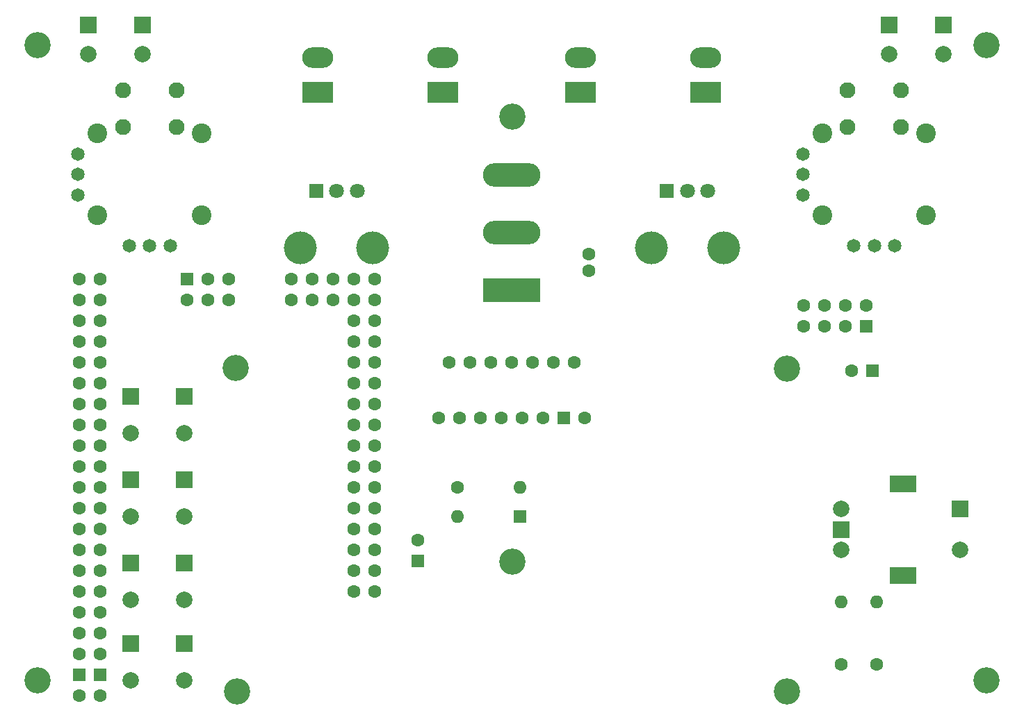
<source format=gbr>
%TF.GenerationSoftware,KiCad,Pcbnew,8.0.6*%
%TF.CreationDate,2024-11-18T15:04:43+07:00*%
%TF.ProjectId,RC-Transmitter,52432d54-7261-46e7-936d-69747465722e,V1.02*%
%TF.SameCoordinates,Original*%
%TF.FileFunction,Soldermask,Bot*%
%TF.FilePolarity,Negative*%
%FSLAX46Y46*%
G04 Gerber Fmt 4.6, Leading zero omitted, Abs format (unit mm)*
G04 Created by KiCad (PCBNEW 8.0.6) date 2024-11-18 15:04:43*
%MOMM*%
%LPD*%
G01*
G04 APERTURE LIST*
G04 Aperture macros list*
%AMRoundRect*
0 Rectangle with rounded corners*
0 $1 Rounding radius*
0 $2 $3 $4 $5 $6 $7 $8 $9 X,Y pos of 4 corners*
0 Add a 4 corners polygon primitive as box body*
4,1,4,$2,$3,$4,$5,$6,$7,$8,$9,$2,$3,0*
0 Add four circle primitives for the rounded corners*
1,1,$1+$1,$2,$3*
1,1,$1+$1,$4,$5*
1,1,$1+$1,$6,$7*
1,1,$1+$1,$8,$9*
0 Add four rect primitives between the rounded corners*
20,1,$1+$1,$2,$3,$4,$5,0*
20,1,$1+$1,$4,$5,$6,$7,0*
20,1,$1+$1,$6,$7,$8,$9,0*
20,1,$1+$1,$8,$9,$2,$3,0*%
G04 Aperture macros list end*
%ADD10C,3.200000*%
%ADD11R,3.800000X2.500000*%
%ADD12RoundRect,1.250000X0.650000X0.000010X-0.650000X0.000010X-0.650000X-0.000010X0.650000X-0.000010X0*%
%ADD13C,2.000000*%
%ADD14R,2.000000X2.000000*%
%ADD15R,3.200000X2.000000*%
%ADD16C,1.600000*%
%ADD17O,1.600000X1.600000*%
%ADD18R,7.000000X2.900000*%
%ADD19O,7.000000X2.900000*%
%ADD20C,4.000000*%
%ADD21R,1.800000X1.800000*%
%ADD22C,1.800000*%
%ADD23C,1.650000*%
%ADD24C,1.950000*%
%ADD25C,2.400000*%
%ADD26R,1.600000X1.600000*%
G04 APERTURE END LIST*
D10*
%TO.C,H3*%
X83185000Y-137795000D03*
%TD*%
D11*
%TO.C,T1*%
X117348000Y-66072000D03*
D12*
X117348000Y-61872000D03*
%TD*%
D13*
%TO.C,Rotary Encoder*%
X181080000Y-116920000D03*
X181080000Y-121920000D03*
D14*
X181080000Y-119420000D03*
D15*
X188580000Y-113820000D03*
X188580000Y-125020000D03*
D13*
X195580000Y-121920000D03*
D14*
X195580000Y-116920000D03*
%TD*%
D10*
%TO.C,H4*%
X198755000Y-137795000D03*
%TD*%
%TO.C,H5*%
X107306032Y-99690751D03*
%TD*%
D16*
%TO.C,R4*%
X181102000Y-135890000D03*
D17*
X181102000Y-128270000D03*
%TD*%
D14*
%TO.C,B3*%
X94540000Y-123480000D03*
X101040000Y-123480000D03*
D13*
X94540000Y-127980000D03*
X101040000Y-127980000D03*
%TD*%
D10*
%TO.C,H9*%
X141024288Y-69041240D03*
%TD*%
D11*
%TO.C,T3*%
X149352000Y-66072000D03*
D12*
X149352000Y-61872000D03*
%TD*%
D14*
%TO.C,2*%
X96012000Y-57912000D03*
D13*
X96012000Y-61468000D03*
%TD*%
D10*
%TO.C,H2*%
X198755000Y-60325000D03*
%TD*%
%TO.C,H7*%
X107445778Y-139162731D03*
%TD*%
D14*
%TO.C,B4*%
X94540000Y-133300000D03*
X101040000Y-133300000D03*
D13*
X94540000Y-137800000D03*
X101040000Y-137800000D03*
%TD*%
D14*
%TO.C,B2*%
X94540000Y-113320000D03*
X101040000Y-113320000D03*
D13*
X94540000Y-117820000D03*
X101040000Y-117820000D03*
%TD*%
D14*
%TO.C,B1*%
X94540000Y-103160000D03*
X101040000Y-103160000D03*
D13*
X94540000Y-107660000D03*
X101040000Y-107660000D03*
%TD*%
D14*
%TO.C,1*%
X89408000Y-57912000D03*
D13*
X89408000Y-61468000D03*
%TD*%
D18*
%TO.C,Main Power*%
X140970000Y-90200000D03*
D19*
X140970000Y-83200000D03*
X140970000Y-76200000D03*
%TD*%
D10*
%TO.C,H6*%
X174493637Y-99822788D03*
%TD*%
D11*
%TO.C,T4*%
X164592000Y-66072000D03*
D12*
X164592000Y-61872000D03*
%TD*%
D20*
%TO.C,Pot1*%
X124000000Y-85090000D03*
X115200000Y-85090000D03*
D21*
X117100000Y-78090000D03*
D22*
X119600000Y-78090000D03*
X122100000Y-78090000D03*
%TD*%
D14*
%TO.C,3*%
X186944000Y-57912000D03*
D13*
X186944000Y-61468000D03*
%TD*%
D11*
%TO.C,T2*%
X132588000Y-66072000D03*
D12*
X132588000Y-61872000D03*
%TD*%
D20*
%TO.C,Pot2*%
X166740000Y-85090000D03*
X157940000Y-85090000D03*
D21*
X159840000Y-78090000D03*
D22*
X162340000Y-78090000D03*
X164840000Y-78090000D03*
%TD*%
D16*
%TO.C,R3*%
X185420000Y-135890000D03*
D17*
X185420000Y-128270000D03*
%TD*%
D10*
%TO.C,H1*%
X83185000Y-60325000D03*
%TD*%
D16*
%TO.C,OLED_LCD_Display1*%
X133350000Y-99060000D03*
X135890000Y-99060000D03*
X138430000Y-99060000D03*
X140970000Y-99060000D03*
X143510000Y-99060000D03*
X146050000Y-99060000D03*
X148590000Y-99060000D03*
%TD*%
D10*
%TO.C,H10*%
X141018739Y-123314035D03*
%TD*%
%TO.C,H8*%
X174498151Y-139192604D03*
%TD*%
D23*
%TO.C,Joy1*%
X94335000Y-84850000D03*
X96835000Y-84850000D03*
X99335000Y-84850000D03*
X88105000Y-73620000D03*
X88105000Y-76120000D03*
X88105000Y-78620000D03*
D24*
X100085000Y-70370000D03*
X93585000Y-70370000D03*
X100085000Y-65870000D03*
X93585000Y-65870000D03*
D25*
X90510000Y-81120000D03*
X103160000Y-81120000D03*
X103160000Y-71120000D03*
X90510000Y-71120000D03*
%TD*%
D14*
%TO.C,4*%
X193548000Y-57912000D03*
D13*
X193548000Y-61468000D03*
%TD*%
D23*
%TO.C,Joy2*%
X182605000Y-84850000D03*
X185105000Y-84850000D03*
X187605000Y-84850000D03*
X176375000Y-73620000D03*
X176375000Y-76120000D03*
X176375000Y-78620000D03*
D24*
X188355000Y-70370000D03*
X181855000Y-70370000D03*
X188355000Y-65870000D03*
X181855000Y-65870000D03*
D25*
X178780000Y-81120000D03*
X191430000Y-81120000D03*
X191430000Y-71120000D03*
X178780000Y-71120000D03*
%TD*%
D16*
%TO.C,C2*%
X129540000Y-120714888D03*
D26*
X129540000Y-123214888D03*
%TD*%
D16*
%TO.C,JST Connector*%
X150368000Y-85852000D03*
X150368000Y-87852000D03*
%TD*%
%TO.C,IMU*%
X149789454Y-105816523D03*
D26*
X147249454Y-105816523D03*
D16*
X144709454Y-105816523D03*
X142169454Y-105816523D03*
X139629454Y-105816523D03*
X137089454Y-105816523D03*
X134549454Y-105816523D03*
X132009454Y-105816523D03*
%TD*%
D26*
%TO.C,R2*%
X141986000Y-117856000D03*
D17*
X134366000Y-117856000D03*
%TD*%
D16*
%TO.C,Mega Pro*%
X90805000Y-127000000D03*
X88265000Y-127000000D03*
X90805000Y-124460000D03*
X88265000Y-124460000D03*
X88265000Y-132080000D03*
X90805000Y-132080000D03*
X90805000Y-121920000D03*
X88265000Y-121920000D03*
X88265000Y-134620000D03*
X90805000Y-134620000D03*
X106480000Y-88900000D03*
X90805000Y-119380000D03*
X88265000Y-119380000D03*
X90805000Y-116840000D03*
X88265000Y-116840000D03*
X90805000Y-114300000D03*
X88265000Y-114300000D03*
X90805000Y-111760000D03*
X88265000Y-111760000D03*
X90805000Y-109220000D03*
X88265000Y-109220000D03*
X90805000Y-106680000D03*
X88265000Y-106680000D03*
X90805000Y-104140000D03*
X88265000Y-104140000D03*
X90805000Y-101600000D03*
X88265000Y-101600000D03*
X90805000Y-99060000D03*
X88265000Y-99060000D03*
X90805000Y-96520000D03*
X88265000Y-96520000D03*
X90805000Y-93980000D03*
X88265000Y-93980000D03*
X90805000Y-91440000D03*
X88265000Y-91440000D03*
X90805000Y-88900000D03*
X88265000Y-88900000D03*
X124260000Y-106680000D03*
X121720000Y-106680000D03*
X124260000Y-104140000D03*
X121720000Y-104140000D03*
X124260000Y-101600000D03*
X121720000Y-101600000D03*
X124260000Y-99060000D03*
X121720000Y-99060000D03*
X124260000Y-96520000D03*
X121720000Y-96520000D03*
X124260000Y-93980000D03*
X121720000Y-93980000D03*
X124260000Y-91440000D03*
X121720000Y-91440000D03*
X124260000Y-88900000D03*
X121720000Y-88900000D03*
X119180000Y-88900000D03*
X119180000Y-91440000D03*
X106480000Y-91440000D03*
X116640000Y-88900000D03*
X103940000Y-88900000D03*
X116640000Y-91440000D03*
X103940000Y-91440000D03*
X114100000Y-88900000D03*
X114100000Y-91440000D03*
X124260000Y-127000000D03*
X121720000Y-127000000D03*
X124260000Y-124460000D03*
X121720000Y-124460000D03*
X124260000Y-121920000D03*
X121720000Y-121920000D03*
X124260000Y-119380000D03*
X121720000Y-119380000D03*
X124260000Y-116840000D03*
X121720000Y-116840000D03*
X124260000Y-114300000D03*
X121720000Y-114300000D03*
X124260000Y-111760000D03*
X121720000Y-111760000D03*
X124260000Y-109220000D03*
X121720000Y-109220000D03*
X90805000Y-129540000D03*
D26*
X88265000Y-137160000D03*
X90805000Y-137160000D03*
X101400000Y-88900000D03*
D16*
X88265000Y-129540000D03*
X101400000Y-91440000D03*
X88265000Y-139700000D03*
X90805000Y-139700000D03*
%TD*%
%TO.C,C1*%
X182372000Y-100076000D03*
D26*
X184872000Y-100076000D03*
%TD*%
D16*
%TO.C,NRF24*%
X184150000Y-92075000D03*
X181610000Y-92075000D03*
X179070000Y-92075000D03*
X176530000Y-92075000D03*
X176530000Y-94615000D03*
X179070000Y-94615000D03*
X181610000Y-94615000D03*
D26*
X184150000Y-94615000D03*
%TD*%
D16*
%TO.C,R1*%
X134366000Y-114300000D03*
D17*
X141986000Y-114300000D03*
%TD*%
M02*

</source>
